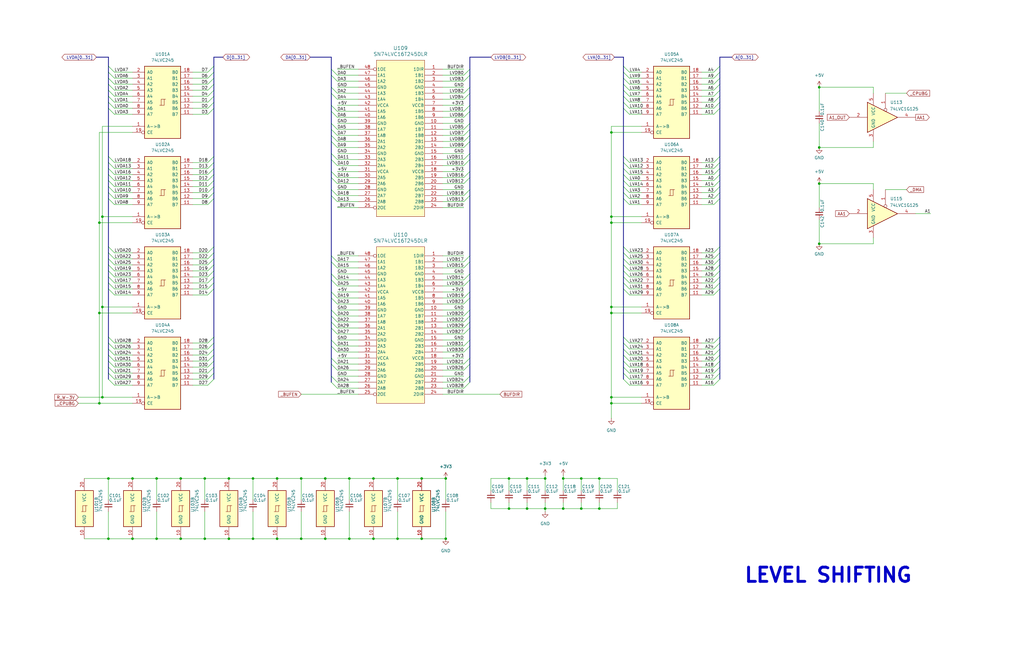
<source format=kicad_sch>
(kicad_sch (version 20231120) (generator "eeschema") (generator_version "8.0")
  (paper "USLedger")
  (title_block (title "AmigaPCI 68040 Local Bus Card") (date "2025-06-28") (rev "5.0"))
  (junction (at 177.8 201.93))
  (junction (at 245.11 201.93))
  (junction (at 229.87 214.63))
  (junction (at 43.18 167.64))
  (junction (at 86.36 227.33))
  (junction (at 252.73 214.63))
  (junction (at 257.81 55.88))
  (junction (at 257.81 91.44))
  (junction (at 127 201.93))
  (junction (at 43.18 91.44))
  (junction (at 345.44 77.47))
  (junction (at 345.44 36.83))
  (junction (at 167.64 227.33))
  (junction (at 137.16 201.93))
  (junction (at 257.81 93.98))
  (junction (at 106.68 227.33))
  (junction (at 41.91 170.18))
  (junction (at 66.04 201.93))
  (junction (at 43.18 129.54))
  (junction (at 137.16 227.33))
  (junction (at 55.88 201.93))
  (junction (at 252.73 201.93))
  (junction (at 45.72 227.33))
  (junction (at 157.48 201.93))
  (junction (at 237.49 214.63))
  (junction (at 127 227.33))
  (junction (at 345.44 102.87))
  (junction (at 177.8 227.33))
  (junction (at 257.81 167.64))
  (junction (at 214.63 214.63))
  (junction (at 187.96 201.93))
  (junction (at 345.44 62.23))
  (junction (at 257.81 129.54))
  (junction (at 116.84 201.93))
  (junction (at 257.81 132.08))
  (junction (at 96.52 201.93))
  (junction (at 66.04 227.33))
  (junction (at 222.25 214.63))
  (junction (at 147.32 227.33))
  (junction (at 222.25 201.93))
  (junction (at 237.49 201.93))
  (junction (at 157.48 227.33))
  (junction (at 86.36 201.93))
  (junction (at 116.84 227.33))
  (junction (at 167.64 201.93))
  (junction (at 106.68 201.93))
  (junction (at 76.2 201.93))
  (junction (at 55.88 227.33))
  (junction (at 214.63 201.93))
  (junction (at 187.96 227.33))
  (junction (at 76.2 227.33))
  (junction (at 41.91 93.98))
  (junction (at 96.52 227.33))
  (junction (at 257.81 170.18))
  (junction (at 147.32 201.93))
  (junction (at 245.11 214.63))
  (junction (at 41.91 132.08))
  (junction (at 229.87 201.93))
  (junction (at 45.72 201.93))
  (bus_entry (at 262.89 43.18) (size 2.54 2.54))
  (bus_entry (at 139.7 115.57) (size 2.54 2.54))
  (bus_entry (at 198.12 130.81) (size -2.54 2.54))
  (bus_entry (at 90.17 149.86) (size -2.54 2.54))
  (bus_entry (at 45.72 35.56) (size 2.54 2.54))
  (bus_entry (at 198.12 46.99) (size -2.54 2.54))
  (bus_entry (at 303.53 43.18) (size -2.54 2.54))
  (bus_entry (at 45.72 121.92) (size 2.54 2.54))
  (bus_entry (at 45.72 157.48) (size 2.54 2.54))
  (bus_entry (at 303.53 144.78) (size -2.54 2.54))
  (bus_entry (at 139.7 123.19) (size 2.54 2.54))
  (bus_entry (at 198.12 64.77) (size -2.54 2.54))
  (bus_entry (at 303.53 73.66) (size -2.54 2.54))
  (bus_entry (at 139.7 135.89) (size 2.54 2.54))
  (bus_entry (at 45.72 149.86) (size 2.54 2.54))
  (bus_entry (at 90.17 147.32) (size -2.54 2.54))
  (bus_entry (at 303.53 76.2) (size -2.54 2.54))
  (bus_entry (at 303.53 109.22) (size -2.54 2.54))
  (bus_entry (at 198.12 57.15) (size -2.54 2.54))
  (bus_entry (at 139.7 39.37) (size 2.54 2.54))
  (bus_entry (at 198.12 54.61) (size -2.54 2.54))
  (bus_entry (at 262.89 35.56) (size 2.54 2.54))
  (bus_entry (at 90.17 160.02) (size -2.54 2.54))
  (bus_entry (at 303.53 121.92) (size -2.54 2.54))
  (bus_entry (at 139.7 158.75) (size 2.54 2.54))
  (bus_entry (at 45.72 114.3) (size 2.54 2.54))
  (bus_entry (at 45.72 78.74) (size 2.54 2.54))
  (bus_entry (at 303.53 152.4) (size -2.54 2.54))
  (bus_entry (at 90.17 81.28) (size -2.54 2.54))
  (bus_entry (at 262.89 40.64) (size 2.54 2.54))
  (bus_entry (at 90.17 154.94) (size -2.54 2.54))
  (bus_entry (at 45.72 142.24) (size 2.54 2.54))
  (bus_entry (at 139.7 74.93) (size 2.54 2.54))
  (bus_entry (at 45.72 76.2) (size 2.54 2.54))
  (bus_entry (at 262.89 157.48) (size 2.54 2.54))
  (bus_entry (at 45.72 160.02) (size 2.54 2.54))
  (bus_entry (at 90.17 144.78) (size -2.54 2.54))
  (bus_entry (at 303.53 66.04) (size -2.54 2.54))
  (bus_entry (at 45.72 66.04) (size 2.54 2.54))
  (bus_entry (at 198.12 118.11) (size -2.54 2.54))
  (bus_entry (at 90.17 116.84) (size -2.54 2.54))
  (bus_entry (at 198.12 151.13) (size -2.54 2.54))
  (bus_entry (at 45.72 27.94) (size 2.54 2.54))
  (bus_entry (at 198.12 39.37) (size -2.54 2.54))
  (bus_entry (at 198.12 115.57) (size -2.54 2.54))
  (bus_entry (at 139.7 44.45) (size 2.54 2.54))
  (bus_entry (at 262.89 78.74) (size 2.54 2.54))
  (bus_entry (at 303.53 111.76) (size -2.54 2.54))
  (bus_entry (at 303.53 71.12) (size -2.54 2.54))
  (bus_entry (at 198.12 72.39) (size -2.54 2.54))
  (bus_entry (at 90.17 66.04) (size -2.54 2.54))
  (bus_entry (at 45.72 119.38) (size 2.54 2.54))
  (bus_entry (at 90.17 38.1) (size -2.54 2.54))
  (bus_entry (at 198.12 82.55) (size -2.54 2.54))
  (bus_entry (at 303.53 35.56) (size -2.54 2.54))
  (bus_entry (at 198.12 123.19) (size -2.54 2.54))
  (bus_entry (at 45.72 68.58) (size 2.54 2.54))
  (bus_entry (at 198.12 107.95) (size -2.54 2.54))
  (bus_entry (at 198.12 161.29) (size -2.54 2.54))
  (bus_entry (at 262.89 33.02) (size 2.54 2.54))
  (bus_entry (at 90.17 106.68) (size -2.54 2.54))
  (bus_entry (at 262.89 71.12) (size 2.54 2.54))
  (bus_entry (at 303.53 78.74) (size -2.54 2.54))
  (bus_entry (at 303.53 106.68) (size -2.54 2.54))
  (bus_entry (at 45.72 109.22) (size 2.54 2.54))
  (bus_entry (at 90.17 121.92) (size -2.54 2.54))
  (bus_entry (at 139.7 64.77) (size 2.54 2.54))
  (bus_entry (at 139.7 161.29) (size 2.54 2.54))
  (bus_entry (at 303.53 81.28) (size -2.54 2.54))
  (bus_entry (at 139.7 118.11) (size 2.54 2.54))
  (bus_entry (at 262.89 152.4) (size 2.54 2.54))
  (bus_entry (at 262.89 83.82) (size 2.54 2.54))
  (bus_entry (at 303.53 147.32) (size -2.54 2.54))
  (bus_entry (at 90.17 73.66) (size -2.54 2.54))
  (bus_entry (at 262.89 119.38) (size 2.54 2.54))
  (bus_entry (at 262.89 106.68) (size 2.54 2.54))
  (bus_entry (at 90.17 45.72) (size -2.54 2.54))
  (bus_entry (at 45.72 154.94) (size 2.54 2.54))
  (bus_entry (at 198.12 133.35) (size -2.54 2.54))
  (bus_entry (at 198.12 80.01) (size -2.54 2.54))
  (bus_entry (at 262.89 142.24) (size 2.54 2.54))
  (bus_entry (at 198.12 59.69) (size -2.54 2.54))
  (bus_entry (at 262.89 38.1) (size 2.54 2.54))
  (bus_entry (at 303.53 83.82) (size -2.54 2.54))
  (bus_entry (at 139.7 31.75) (size 2.54 2.54))
  (bus_entry (at 90.17 35.56) (size -2.54 2.54))
  (bus_entry (at 303.53 30.48) (size -2.54 2.54))
  (bus_entry (at 45.72 81.28) (size 2.54 2.54))
  (bus_entry (at 139.7 67.31) (size 2.54 2.54))
  (bus_entry (at 90.17 111.76) (size -2.54 2.54))
  (bus_entry (at 139.7 133.35) (size 2.54 2.54))
  (bus_entry (at 45.72 104.14) (size 2.54 2.54))
  (bus_entry (at 139.7 36.83) (size 2.54 2.54))
  (bus_entry (at 198.12 158.75) (size -2.54 2.54))
  (bus_entry (at 139.7 146.05) (size 2.54 2.54))
  (bus_entry (at 303.53 38.1) (size -2.54 2.54))
  (bus_entry (at 303.53 104.14) (size -2.54 2.54))
  (bus_entry (at 90.17 119.38) (size -2.54 2.54))
  (bus_entry (at 303.53 116.84) (size -2.54 2.54))
  (bus_entry (at 90.17 109.22) (size -2.54 2.54))
  (bus_entry (at 198.12 146.05) (size -2.54 2.54))
  (bus_entry (at 262.89 76.2) (size 2.54 2.54))
  (bus_entry (at 262.89 27.94) (size 2.54 2.54))
  (bus_entry (at 90.17 157.48) (size -2.54 2.54))
  (bus_entry (at 139.7 54.61) (size 2.54 2.54))
  (bus_entry (at 45.72 40.64) (size 2.54 2.54))
  (bus_entry (at 139.7 46.99) (size 2.54 2.54))
  (bus_entry (at 303.53 154.94) (size -2.54 2.54))
  (bus_entry (at 262.89 68.58) (size 2.54 2.54))
  (bus_entry (at 303.53 33.02) (size -2.54 2.54))
  (bus_entry (at 45.72 116.84) (size 2.54 2.54))
  (bus_entry (at 303.53 27.94) (size -2.54 2.54))
  (bus_entry (at 198.12 110.49) (size -2.54 2.54))
  (bus_entry (at 303.53 119.38) (size -2.54 2.54))
  (bus_entry (at 262.89 45.72) (size 2.54 2.54))
  (bus_entry (at 198.12 31.75) (size -2.54 2.54))
  (bus_entry (at 262.89 149.86) (size 2.54 2.54))
  (bus_entry (at 198.12 153.67) (size -2.54 2.54))
  (bus_entry (at 45.72 147.32) (size 2.54 2.54))
  (bus_entry (at 139.7 143.51) (size 2.54 2.54))
  (bus_entry (at 45.72 30.48) (size 2.54 2.54))
  (bus_entry (at 90.17 40.64) (size -2.54 2.54))
  (bus_entry (at 45.72 144.78) (size 2.54 2.54))
  (bus_entry (at 90.17 83.82) (size -2.54 2.54))
  (bus_entry (at 45.72 83.82) (size 2.54 2.54))
  (bus_entry (at 45.72 152.4) (size 2.54 2.54))
  (bus_entry (at 262.89 66.04) (size 2.54 2.54))
  (bus_entry (at 139.7 130.81) (size 2.54 2.54))
  (bus_entry (at 303.53 40.64) (size -2.54 2.54))
  (bus_entry (at 303.53 114.3) (size -2.54 2.54))
  (bus_entry (at 303.53 157.48) (size -2.54 2.54))
  (bus_entry (at 139.7 107.95) (size 2.54 2.54))
  (bus_entry (at 198.12 138.43) (size -2.54 2.54))
  (bus_entry (at 45.72 38.1) (size 2.54 2.54))
  (bus_entry (at 90.17 78.74) (size -2.54 2.54))
  (bus_entry (at 262.89 81.28) (size 2.54 2.54))
  (bus_entry (at 90.17 152.4) (size -2.54 2.54))
  (bus_entry (at 45.72 71.12) (size 2.54 2.54))
  (bus_entry (at 262.89 111.76) (size 2.54 2.54))
  (bus_entry (at 262.89 73.66) (size 2.54 2.54))
  (bus_entry (at 139.7 138.43) (size 2.54 2.54))
  (bus_entry (at 139.7 80.01) (size 2.54 2.54))
  (bus_entry (at 45.72 43.18) (size 2.54 2.54))
  (bus_entry (at 262.89 109.22) (size 2.54 2.54))
  (bus_entry (at 262.89 160.02) (size 2.54 2.54))
  (bus_entry (at 45.72 111.76) (size 2.54 2.54))
  (bus_entry (at 198.12 52.07) (size -2.54 2.54))
  (bus_entry (at 90.17 33.02) (size -2.54 2.54))
  (bus_entry (at 139.7 153.67) (size 2.54 2.54))
  (bus_entry (at 303.53 142.24) (size -2.54 2.54))
  (bus_entry (at 90.17 142.24) (size -2.54 2.54))
  (bus_entry (at 262.89 154.94) (size 2.54 2.54))
  (bus_entry (at 139.7 59.69) (size 2.54 2.54))
  (bus_entry (at 139.7 110.49) (size 2.54 2.54))
  (bus_entry (at 262.89 144.78) (size 2.54 2.54))
  (bus_entry (at 90.17 30.48) (size -2.54 2.54))
  (bus_entry (at 198.12 36.83) (size -2.54 2.54))
  (bus_entry (at 198.12 143.51) (size -2.54 2.54))
  (bus_entry (at 198.12 74.93) (size -2.54 2.54))
  (bus_entry (at 198.12 135.89) (size -2.54 2.54))
  (bus_entry (at 90.17 104.14) (size -2.54 2.54))
  (bus_entry (at 90.17 27.94) (size -2.54 2.54))
  (bus_entry (at 262.89 114.3) (size 2.54 2.54))
  (bus_entry (at 139.7 57.15) (size 2.54 2.54))
  (bus_entry (at 90.17 71.12) (size -2.54 2.54))
  (bus_entry (at 139.7 82.55) (size 2.54 2.54))
  (bus_entry (at 45.72 73.66) (size 2.54 2.54))
  (bus_entry (at 45.72 106.68) (size 2.54 2.54))
  (bus_entry (at 198.12 67.31) (size -2.54 2.54))
  (bus_entry (at 303.53 160.02) (size -2.54 2.54))
  (bus_entry (at 45.72 45.72) (size 2.54 2.54))
  (bus_entry (at 90.17 114.3) (size -2.54 2.54))
  (bus_entry (at 303.53 68.58) (size -2.54 2.54))
  (bus_entry (at 262.89 121.92) (size 2.54 2.54))
  (bus_entry (at 198.12 44.45) (size -2.54 2.54))
  (bus_entry (at 198.12 29.21) (size -2.54 2.54))
  (bus_entry (at 262.89 147.32) (size 2.54 2.54))
  (bus_entry (at 262.89 104.14) (size 2.54 2.54))
  (bus_entry (at 139.7 72.39) (size 2.54 2.54))
  (bus_entry (at 139.7 29.21) (size 2.54 2.54))
  (bus_entry (at 90.17 68.58) (size -2.54 2.54))
  (bus_entry (at 90.17 43.18) (size -2.54 2.54))
  (bus_entry (at 262.89 30.48) (size 2.54 2.54))
  (bus_entry (at 90.17 76.2) (size -2.54 2.54))
  (bus_entry (at 198.12 125.73) (size -2.54 2.54))
  (bus_entry (at 303.53 45.72) (size -2.54 2.54))
  (bus_entry (at 45.72 33.02) (size 2.54 2.54))
  (bus_entry (at 139.7 125.73) (size 2.54 2.54))
  (bus_entry (at 303.53 149.86) (size -2.54 2.54))
  (bus_entry (at 139.7 52.07) (size 2.54 2.54))
  (bus_entry (at 262.89 116.84) (size 2.54 2.54))
  (bus_entry (at 139.7 151.13) (size 2.54 2.54))
  (wire (pts (xy 142.24 49.53) (xy 151.13 49.53)))
  (wire (pts (xy 81.28 86.36) (xy 87.63 86.36)))
  (wire (pts (xy 48.26 81.28) (xy 55.88 81.28)))
  (wire (pts (xy 142.24 29.21) (xy 151.13 29.21)))
  (wire (pts (xy 186.69 57.15) (xy 195.58 57.15)))
  (wire (pts (xy 186.69 138.43) (xy 195.58 138.43)))
  (wire (pts (xy 345.44 46.99) (xy 345.44 36.83)))
  (wire (pts (xy 265.43 68.58) (xy 270.51 68.58)))
  (bus (pts (xy 262.89 121.92) (xy 262.89 119.38)))
  (bus (pts (xy 262.89 68.58) (xy 262.89 66.04)))
  (bus (pts (xy 262.89 149.86) (xy 262.89 147.32)))
  (bus (pts (xy 303.53 43.18) (xy 303.53 40.64)))
  (wire (pts (xy 81.28 40.64) (xy 87.63 40.64)))
  (wire (pts (xy 187.96 201.93) (xy 187.96 210.82)))
  (wire (pts (xy 265.43 35.56) (xy 270.51 35.56)))
  (wire (pts (xy 43.18 129.54) (xy 55.88 129.54)))
  (wire (pts (xy 43.18 167.64) (xy 55.88 167.64)))
  (bus (pts (xy 262.89 38.1) (xy 262.89 35.56)))
  (bus (pts (xy 90.17 83.82) (xy 90.17 81.28)))
  (wire (pts (xy 43.18 129.54) (xy 43.18 167.64)))
  (bus (pts (xy 139.7 107.95) (xy 139.7 82.55)))
  (wire (pts (xy 229.87 214.63) (xy 229.87 215.9)))
  (wire (pts (xy 252.73 214.63) (xy 260.35 214.63)))
  (wire (pts (xy 167.64 227.33) (xy 157.48 227.33)))
  (wire (pts (xy 81.28 111.76) (xy 87.63 111.76)))
  (wire (pts (xy 48.26 45.72) (xy 55.88 45.72)))
  (wire (pts (xy 186.69 151.13) (xy 195.58 151.13)))
  (wire (pts (xy 48.26 73.66) (xy 55.88 73.66)))
  (wire (pts (xy 300.99 30.48) (xy 295.91 30.48)))
  (bus (pts (xy 139.7 44.45) (xy 139.7 39.37)))
  (wire (pts (xy 48.26 83.82) (xy 55.88 83.82)))
  (bus (pts (xy 303.53 83.82) (xy 303.53 81.28)))
  (bus (pts (xy 303.53 45.72) (xy 303.53 43.18)))
  (wire (pts (xy 81.28 33.02) (xy 87.63 33.02)))
  (wire (pts (xy 265.43 43.18) (xy 270.51 43.18)))
  (wire (pts (xy 186.69 125.73) (xy 195.58 125.73)))
  (wire (pts (xy 142.24 44.45) (xy 151.13 44.45)))
  (bus (pts (xy 90.17 76.2) (xy 90.17 73.66)))
  (wire (pts (xy 300.99 162.56) (xy 295.91 162.56)))
  (bus (pts (xy 45.72 40.64) (xy 45.72 38.1)))
  (wire (pts (xy 186.69 82.55) (xy 195.58 82.55)))
  (bus (pts (xy 198.12 52.07) (xy 198.12 46.99)))
  (wire (pts (xy 86.36 201.93) (xy 96.52 201.93)))
  (wire (pts (xy 260.35 201.93) (xy 260.35 207.01)))
  (wire (pts (xy 86.36 227.33) (xy 76.2 227.33)))
  (bus (pts (xy 45.72 27.94) (xy 45.72 24.13)))
  (wire (pts (xy 147.32 201.93) (xy 147.32 210.82)))
  (bus (pts (xy 90.17 71.12) (xy 90.17 68.58)))
  (wire (pts (xy 66.04 227.33) (xy 55.88 227.33)))
  (wire (pts (xy 186.69 113.03) (xy 195.58 113.03)))
  (bus (pts (xy 303.53 106.68) (xy 303.53 104.14)))
  (bus (pts (xy 45.72 81.28) (xy 45.72 78.74)))
  (wire (pts (xy 300.99 144.78) (xy 295.91 144.78)))
  (wire (pts (xy 252.73 201.93) (xy 252.73 207.01)))
  (wire (pts (xy 300.99 86.36) (xy 295.91 86.36)))
  (wire (pts (xy 81.28 160.02) (xy 87.63 160.02)))
  (wire (pts (xy 186.69 140.97) (xy 195.58 140.97)))
  (bus (pts (xy 45.72 109.22) (xy 45.72 106.68)))
  (wire (pts (xy 81.28 83.82) (xy 87.63 83.82)))
  (bus (pts (xy 303.53 27.94) (xy 303.53 24.13)))
  (bus (pts (xy 303.53 66.04) (xy 303.53 45.72)))
  (wire (pts (xy 86.36 215.9) (xy 86.36 227.33)))
  (wire (pts (xy 81.28 124.46) (xy 87.63 124.46)))
  (wire (pts (xy 147.32 215.9) (xy 147.32 227.33)))
  (wire (pts (xy 186.69 153.67) (xy 195.58 153.67)))
  (bus (pts (xy 198.12 67.31) (xy 198.12 64.77)))
  (bus (pts (xy 262.89 66.04) (xy 262.89 45.72)))
  (bus (pts (xy 198.12 123.19) (xy 198.12 118.11)))
  (bus (pts (xy 139.7 74.93) (xy 139.7 80.01)))
  (bus (pts (xy 303.53 35.56) (xy 303.53 33.02)))
  (wire (pts (xy 41.91 93.98) (xy 55.88 93.98)))
  (bus (pts (xy 262.89 73.66) (xy 262.89 71.12)))
  (wire (pts (xy 300.99 33.02) (xy 295.91 33.02)))
  (wire (pts (xy 142.24 125.73) (xy 151.13 125.73)))
  (bus (pts (xy 198.12 118.11) (xy 198.12 115.57)))
  (bus (pts (xy 262.89 116.84) (xy 262.89 114.3)))
  (wire (pts (xy 300.99 35.56) (xy 295.91 35.56)))
  (wire (pts (xy 186.69 49.53) (xy 195.58 49.53)))
  (wire (pts (xy 300.99 48.26) (xy 295.91 48.26)))
  (bus (pts (xy 90.17 45.72) (xy 90.17 43.18)))
  (bus (pts (xy 139.7 36.83) (xy 139.7 31.75)))
  (bus (pts (xy 45.72 147.32) (xy 45.72 144.78)))
  (bus (pts (xy 303.53 38.1) (xy 303.53 35.56)))
  (wire (pts (xy 142.24 140.97) (xy 151.13 140.97)))
  (wire (pts (xy 229.87 201.93) (xy 229.87 207.01)))
  (wire (pts (xy 142.24 67.31) (xy 151.13 67.31)))
  (wire (pts (xy 265.43 83.82) (xy 270.51 83.82)))
  (wire (pts (xy 142.24 163.83) (xy 151.13 163.83)))
  (wire (pts (xy 186.69 123.19) (xy 195.58 123.19)))
  (wire (pts (xy 48.26 86.36) (xy 55.88 86.36)))
  (bus (pts (xy 303.53 24.13) (xy 308.61 24.13)))
  (wire (pts (xy 127 227.33) (xy 137.16 227.33)))
  (wire (pts (xy 222.25 201.93) (xy 229.87 201.93)))
  (wire (pts (xy 186.69 128.27) (xy 195.58 128.27)))
  (wire (pts (xy 245.11 201.93) (xy 252.73 201.93)))
  (bus (pts (xy 45.72 38.1) (xy 45.72 35.56)))
  (wire (pts (xy 237.49 201.93) (xy 245.11 201.93)))
  (wire (pts (xy 265.43 149.86) (xy 270.51 149.86)))
  (wire (pts (xy 142.24 39.37) (xy 151.13 39.37)))
  (bus (pts (xy 198.12 135.89) (xy 198.12 133.35)))
  (wire (pts (xy 187.96 215.9) (xy 187.96 227.33)))
  (wire (pts (xy 142.24 146.05) (xy 151.13 146.05)))
  (wire (pts (xy 43.18 91.44) (xy 43.18 53.34)))
  (wire (pts (xy 81.28 157.48) (xy 87.63 157.48)))
  (bus (pts (xy 198.12 44.45) (xy 198.12 39.37)))
  (bus (pts (xy 303.53 78.74) (xy 303.53 76.2)))
  (bus (pts (xy 303.53 154.94) (xy 303.53 152.4)))
  (bus (pts (xy 139.7 54.61) (xy 139.7 52.07)))
  (bus (pts (xy 139.7 59.69) (xy 139.7 57.15)))
  (bus (pts (xy 90.17 40.64) (xy 90.17 38.1)))
  (bus (pts (xy 198.12 115.57) (xy 198.12 110.49)))
  (bus (pts (xy 198.12 161.29) (xy 198.12 158.75)))
  (wire (pts (xy 48.26 78.74) (xy 55.88 78.74)))
  (bus (pts (xy 262.89 81.28) (xy 262.89 78.74)))
  (wire (pts (xy 48.26 162.56) (xy 55.88 162.56)))
  (wire (pts (xy 257.81 129.54) (xy 270.51 129.54)))
  (wire (pts (xy 260.35 212.09) (xy 260.35 214.63)))
  (wire (pts (xy 345.44 36.83) (xy 368.3 36.83)))
  (wire (pts (xy 186.69 161.29) (xy 195.58 161.29)))
  (wire (pts (xy 229.87 212.09) (xy 229.87 214.63)))
  (bus (pts (xy 198.12 138.43) (xy 198.12 135.89)))
  (wire (pts (xy 265.43 147.32) (xy 270.51 147.32)))
  (wire (pts (xy 186.69 77.47) (xy 195.58 77.47)))
  (wire (pts (xy 257.81 55.88) (xy 257.81 91.44)))
  (wire (pts (xy 265.43 48.26) (xy 270.51 48.26)))
  (wire (pts (xy 186.69 64.77) (xy 195.58 64.77)))
  (bus (pts (xy 45.72 33.02) (xy 45.72 30.48)))
  (bus (pts (xy 198.12 107.95) (xy 198.12 82.55)))
  (wire (pts (xy 48.26 33.02) (xy 55.88 33.02)))
  (bus (pts (xy 262.89 104.14) (xy 262.89 83.82)))
  (bus (pts (xy 262.89 154.94) (xy 262.89 152.4)))
  (wire (pts (xy 265.43 119.38) (xy 270.51 119.38)))
  (wire (pts (xy 265.43 109.22) (xy 270.51 109.22)))
  (wire (pts (xy 265.43 154.94) (xy 270.51 154.94)))
  (wire (pts (xy 186.69 148.59) (xy 195.58 148.59)))
  (wire (pts (xy 142.24 138.43) (xy 151.13 138.43)))
  (bus (pts (xy 198.12 36.83) (xy 198.12 31.75)))
  (bus (pts (xy 262.89 109.22) (xy 262.89 106.68)))
  (bus (pts (xy 262.89 30.48) (xy 262.89 27.94)))
  (wire (pts (xy 252.73 212.09) (xy 252.73 214.63)))
  (wire (pts (xy 222.25 212.09) (xy 222.25 214.63)))
  (wire (pts (xy 142.24 62.23) (xy 151.13 62.23)))
  (bus (pts (xy 139.7 67.31) (xy 139.7 64.77)))
  (bus (pts (xy 303.53 71.12) (xy 303.53 68.58)))
  (wire (pts (xy 41.91 132.08) (xy 55.88 132.08)))
  (bus (pts (xy 139.7 153.67) (xy 139.7 158.75)))
  (bus (pts (xy 198.12 54.61) (xy 198.12 52.07)))
  (bus (pts (xy 259.08 24.13) (xy 262.89 24.13)))
  (wire (pts (xy 106.68 201.93) (xy 106.68 210.82)))
  (wire (pts (xy 81.28 144.78) (xy 87.63 144.78)))
  (wire (pts (xy 368.3 36.83) (xy 368.3 39.37)))
  (bus (pts (xy 198.12 31.75) (xy 198.12 29.21)))
  (wire (pts (xy 142.24 107.95) (xy 151.13 107.95)))
  (wire (pts (xy 270.51 55.88) (xy 257.81 55.88)))
  (bus (pts (xy 139.7 118.11) (xy 139.7 115.57)))
  (bus (pts (xy 262.89 152.4) (xy 262.89 149.86)))
  (wire (pts (xy 300.99 160.02) (xy 295.91 160.02)))
  (bus (pts (xy 262.89 142.24) (xy 262.89 121.92)))
  (wire (pts (xy 187.96 227.33) (xy 177.8 227.33)))
  (wire (pts (xy 81.28 48.26) (xy 87.63 48.26)))
  (wire (pts (xy 245.11 201.93) (xy 245.11 207.01)))
  (bus (pts (xy 139.7 138.43) (xy 139.7 143.51)))
  (bus (pts (xy 45.72 73.66) (xy 45.72 71.12)))
  (wire (pts (xy 300.99 157.48) (xy 295.91 157.48)))
  (bus (pts (xy 90.17 35.56) (xy 90.17 33.02)))
  (wire (pts (xy 186.69 74.93) (xy 195.58 74.93)))
  (bus (pts (xy 139.7 31.75) (xy 139.7 29.21)))
  (wire (pts (xy 48.26 111.76) (xy 55.88 111.76)))
  (bus (pts (xy 262.89 76.2) (xy 262.89 73.66)))
  (wire (pts (xy 41.91 132.08) (xy 41.91 93.98)))
  (wire (pts (xy 257.81 132.08) (xy 257.81 167.64)))
  (wire (pts (xy 66.04 227.33) (xy 76.2 227.33)))
  (bus (pts (xy 45.72 43.18) (xy 45.72 40.64)))
  (wire (pts (xy 300.99 111.76) (xy 295.91 111.76)))
  (wire (pts (xy 142.24 69.85) (xy 151.13 69.85)))
  (wire (pts (xy 142.24 123.19) (xy 151.13 123.19)))
  (wire (pts (xy 270.51 170.18) (xy 257.81 170.18)))
  (bus (pts (xy 90.17 27.94) (xy 90.17 24.13)))
  (wire (pts (xy 142.24 41.91) (xy 151.13 41.91)))
  (bus (pts (xy 90.17 154.94) (xy 90.17 152.4)))
  (wire (pts (xy 265.43 38.1) (xy 270.51 38.1)))
  (bus (pts (xy 139.7 146.05) (xy 139.7 143.51)))
  (wire (pts (xy 33.02 167.64) (xy 43.18 167.64)))
  (wire (pts (xy 81.28 35.56) (xy 87.63 35.56)))
  (bus (pts (xy 303.53 160.02) (xy 303.53 157.48)))
  (wire (pts (xy 186.69 29.21) (xy 195.58 29.21)))
  (bus (pts (xy 262.89 35.56) (xy 262.89 33.02)))
  (bus (pts (xy 198.12 143.51) (xy 198.12 138.43)))
  (wire (pts (xy 245.11 214.63) (xy 252.73 214.63)))
  (wire (pts (xy 142.24 133.35) (xy 151.13 133.35)))
  (bus (pts (xy 139.7 74.93) (xy 139.7 72.39)))
  (wire (pts (xy 265.43 111.76) (xy 270.51 111.76)))
  (bus (pts (xy 45.72 114.3) (xy 45.72 111.76)))
  (wire (pts (xy 142.24 36.83) (xy 151.13 36.83)))
  (wire (pts (xy 265.43 40.64) (xy 270.51 40.64)))
  (bus (pts (xy 303.53 73.66) (xy 303.53 71.12)))
  (wire (pts (xy 33.02 170.18) (xy 41.91 170.18)))
  (wire (pts (xy 265.43 114.3) (xy 270.51 114.3)))
  (wire (pts (xy 142.24 158.75) (xy 151.13 158.75)))
  (wire (pts (xy 81.28 76.2) (xy 87.63 76.2)))
  (wire (pts (xy 270.51 132.08) (xy 257.81 132.08)))
  (wire (pts (xy 265.43 71.12) (xy 270.51 71.12)))
  (wire (pts (xy 300.99 116.84) (xy 295.91 116.84)))
  (bus (pts (xy 198.12 39.37) (xy 198.12 36.83)))
  (wire (pts (xy 41.91 93.98) (xy 41.91 55.88)))
  (wire (pts (xy 81.28 81.28) (xy 87.63 81.28)))
  (bus (pts (xy 139.7 110.49) (xy 139.7 115.57)))
  (bus (pts (xy 303.53 33.02) (xy 303.53 30.48)))
  (bus (pts (xy 139.7 153.67) (xy 139.7 151.13)))
  (wire (pts (xy 48.26 76.2) (xy 55.88 76.2)))
  (bus (pts (xy 139.7 29.21) (xy 139.7 24.13)))
  (wire (pts (xy 257.81 91.44) (xy 270.51 91.44)))
  (wire (pts (xy 142.24 120.65) (xy 151.13 120.65)))
  (wire (pts (xy 265.43 160.02) (xy 270.51 160.02)))
  (wire (pts (xy 142.24 143.51) (xy 151.13 143.51)))
  (bus (pts (xy 139.7 39.37) (xy 139.7 36.83)))
  (wire (pts (xy 142.24 153.67) (xy 151.13 153.67)))
  (bus (pts (xy 139.7 57.15) (xy 139.7 54.61)))
  (bus (pts (xy 303.53 40.64) (xy 303.53 38.1)))
  (bus (pts (xy 45.72 30.48) (xy 45.72 27.94)))
  (bus (pts (xy 139.7 161.29) (xy 139.7 158.75)))
  (wire (pts (xy 81.28 162.56) (xy 87.63 162.56)))
  (bus (pts (xy 262.89 111.76) (xy 262.89 109.22)))
  (wire (pts (xy 300.99 45.72) (xy 295.91 45.72)))
  (wire (pts (xy 167.64 201.93) (xy 167.64 210.82)))
  (wire (pts (xy 265.43 124.46) (xy 270.51 124.46)))
  (wire (pts (xy 186.69 110.49) (xy 195.58 110.49)))
  (wire (pts (xy 186.69 46.99) (xy 195.58 46.99)))
  (wire (pts (xy 81.28 147.32) (xy 87.63 147.32)))
  (wire (pts (xy 48.26 124.46) (xy 55.88 124.46)))
  (bus (pts (xy 90.17 66.04) (xy 90.17 45.72)))
  (bus (pts (xy 262.89 27.94) (xy 262.89 24.13)))
  (wire (pts (xy 142.24 64.77) (xy 151.13 64.77)))
  (wire (pts (xy 368.3 100.33) (xy 368.3 102.87)))
  (bus (pts (xy 262.89 71.12) (xy 262.89 68.58)))
  (wire (pts (xy 55.88 201.93) (xy 66.04 201.93)))
  (bus (pts (xy 90.17 144.78) (xy 90.17 142.24)))
  (bus (pts (xy 90.17 81.28) (xy 90.17 78.74)))
  (wire (pts (xy 186.69 67.31) (xy 195.58 67.31)))
  (wire (pts (xy 142.24 118.11) (xy 151.13 118.11)))
  (bus (pts (xy 198.12 24.13) (xy 207.01 24.13)))
  (wire (pts (xy 265.43 116.84) (xy 270.51 116.84)))
  (bus (pts (xy 45.72 142.24) (xy 45.72 121.92)))
  (wire (pts (xy 186.69 130.81) (xy 195.58 130.81)))
  (wire (pts (xy 81.28 119.38) (xy 87.63 119.38)))
  (wire (pts (xy 257.81 93.98) (xy 257.81 129.54)))
  (bus (pts (xy 90.17 114.3) (xy 90.17 111.76)))
  (wire (pts (xy 300.99 149.86) (xy 295.91 149.86)))
  (wire (pts (xy 265.43 152.4) (xy 270.51 152.4)))
  (wire (pts (xy 382.27 39.37) (xy 373.38 39.37)))
  (wire (pts (xy 207.01 201.93) (xy 207.01 207.01)))
  (bus (pts (xy 45.72 160.02) (xy 45.72 157.48)))
  (wire (pts (xy 48.26 154.94) (xy 55.88 154.94)))
  (wire (pts (xy 186.69 115.57) (xy 195.58 115.57)))
  (wire (pts (xy 300.99 119.38) (xy 295.91 119.38)))
  (bus (pts (xy 139.7 67.31) (xy 139.7 72.39)))
  (wire (pts (xy 142.24 57.15) (xy 151.13 57.15)))
  (wire (pts (xy 43.18 53.34) (xy 55.88 53.34)))
  (wire (pts (xy 186.69 118.11) (xy 195.58 118.11)))
  (wire (pts (xy 48.26 48.26) (xy 55.88 48.26)))
  (wire (pts (xy 186.69 85.09) (xy 195.58 85.09)))
  (wire (pts (xy 48.26 68.58) (xy 55.88 68.58)))
  (wire (pts (xy 186.69 39.37) (xy 195.58 39.37)))
  (wire (pts (xy 265.43 157.48) (xy 270.51 157.48)))
  (wire (pts (xy 265.43 86.36) (xy 270.51 86.36)))
  (wire (pts (xy 237.49 212.09) (xy 237.49 214.63)))
  (wire (pts (xy 186.69 143.51) (xy 195.58 143.51)))
  (wire (pts (xy 142.24 130.81) (xy 151.13 130.81)))
  (bus (pts (xy 262.89 157.48) (xy 262.89 154.94)))
  (bus (pts (xy 303.53 119.38) (xy 303.53 116.84)))
  (bus (pts (xy 45.72 154.94) (xy 45.72 152.4)))
  (wire (pts (xy 300.99 78.74) (xy 295.91 78.74)))
  (wire (pts (xy 245.11 212.09) (xy 245.11 214.63)))
  (bus (pts (xy 45.72 157.48) (xy 45.72 154.94)))
  (bus (pts (xy 198.12 57.15) (xy 198.12 54.61)))
  (wire (pts (xy 142.24 52.07) (xy 151.13 52.07)))
  (wire (pts (xy 229.87 214.63) (xy 237.49 214.63)))
  (wire (pts (xy 45.72 201.93) (xy 55.88 201.93)))
  (wire (pts (xy 300.99 109.22) (xy 295.91 109.22)))
  (bus (pts (xy 45.72 121.92) (xy 45.72 119.38)))
  (wire (pts (xy 186.69 54.61) (xy 195.58 54.61)))
  (wire (pts (xy 186.69 158.75) (xy 195.58 158.75)))
  (wire (pts (xy 300.99 81.28) (xy 295.91 81.28)))
  (wire (pts (xy 186.69 107.95) (xy 195.58 107.95)))
  (wire (pts (xy 142.24 135.89) (xy 151.13 135.89)))
  (bus (pts (xy 303.53 109.22) (xy 303.53 106.68)))
  (bus (pts (xy 262.89 114.3) (xy 262.89 111.76)))
  (bus (pts (xy 139.7 59.69) (xy 139.7 64.77)))
  (bus (pts (xy 139.7 110.49) (xy 139.7 107.95)))
  (wire (pts (xy 186.69 34.29) (xy 195.58 34.29)))
  (wire (pts (xy 81.28 45.72) (xy 87.63 45.72)))
  (wire (pts (xy 127 166.37) (xy 151.13 166.37)))
  (wire (pts (xy 41.91 170.18) (xy 41.91 132.08)))
  (bus (pts (xy 45.72 66.04) (xy 45.72 45.72)))
  (bus (pts (xy 90.17 38.1) (xy 90.17 35.56)))
  (wire (pts (xy 142.24 87.63) (xy 151.13 87.63)))
  (wire (pts (xy 137.16 201.93) (xy 147.32 201.93)))
  (wire (pts (xy 48.26 147.32) (xy 55.88 147.32)))
  (bus (pts (xy 139.7 118.11) (xy 139.7 123.19)))
  (wire (pts (xy 48.26 43.18) (xy 55.88 43.18)))
  (wire (pts (xy 214.63 212.09) (xy 214.63 214.63)))
  (bus (pts (xy 262.89 43.18) (xy 262.89 40.64)))
  (bus (pts (xy 198.12 133.35) (xy 198.12 130.81)))
  (wire (pts (xy 48.26 106.68) (xy 55.88 106.68)))
  (bus (pts (xy 90.17 142.24) (xy 90.17 121.92)))
  (wire (pts (xy 127 215.9) (xy 127 227.33)))
  (wire (pts (xy 257.81 167.64) (xy 257.81 170.18)))
  (bus (pts (xy 198.12 110.49) (xy 198.12 107.95)))
  (wire (pts (xy 106.68 227.33) (xy 96.52 227.33)))
  (wire (pts (xy 167.64 227.33) (xy 177.8 227.33)))
  (wire (pts (xy 300.99 147.32) (xy 295.91 147.32)))
  (wire (pts (xy 76.2 201.93) (xy 86.36 201.93)))
  (wire (pts (xy 35.56 201.93) (xy 45.72 201.93)))
  (bus (pts (xy 262.89 83.82) (xy 262.89 81.28)))
  (wire (pts (xy 265.43 106.68) (xy 270.51 106.68)))
  (wire (pts (xy 142.24 148.59) (xy 151.13 148.59)))
  (wire (pts (xy 257.81 167.64) (xy 270.51 167.64)))
  (wire (pts (xy 345.44 87.63) (xy 345.44 77.47)))
  (wire (pts (xy 81.28 43.18) (xy 87.63 43.18)))
  (bus (pts (xy 45.72 71.12) (xy 45.72 68.58)))
  (wire (pts (xy 186.69 41.91) (xy 195.58 41.91)))
  (wire (pts (xy 147.32 227.33) (xy 137.16 227.33)))
  (wire (pts (xy 186.69 69.85) (xy 195.58 69.85)))
  (bus (pts (xy 90.17 152.4) (xy 90.17 149.86)))
  (wire (pts (xy 48.26 152.4) (xy 55.88 152.4)))
  (wire (pts (xy 81.28 149.86) (xy 87.63 149.86)))
  (wire (pts (xy 345.44 77.47) (xy 368.3 77.47)))
  (wire (pts (xy 66.04 201.93) (xy 76.2 201.93)))
  (bus (pts (xy 90.17 111.76) (xy 90.17 109.22)))
  (bus (pts (xy 90.17 24.13) (xy 93.98 24.13)))
  (wire (pts (xy 265.43 73.66) (xy 270.51 73.66)))
  (wire (pts (xy 81.28 109.22) (xy 87.63 109.22)))
  (wire (pts (xy 81.28 154.94) (xy 87.63 154.94)))
  (wire (pts (xy 300.99 76.2) (xy 295.91 76.2)))
  (bus (pts (xy 262.89 40.64) (xy 262.89 38.1)))
  (bus (pts (xy 262.89 33.02) (xy 262.89 30.48)))
  (bus (pts (xy 90.17 119.38) (xy 90.17 116.84)))
  (wire (pts (xy 48.26 40.64) (xy 55.88 40.64)))
  (wire (pts (xy 45.72 201.93) (xy 45.72 210.82)))
  (bus (pts (xy 90.17 149.86) (xy 90.17 147.32)))
  (wire (pts (xy 368.3 77.47) (xy 368.3 80.01)))
  (wire (pts (xy 300.99 71.12) (xy 295.91 71.12)))
  (wire (pts (xy 127 201.93) (xy 137.16 201.93)))
  (wire (pts (xy 142.24 54.61) (xy 151.13 54.61)))
  (wire (pts (xy 186.69 163.83) (xy 195.58 163.83)))
  (wire (pts (xy 48.26 121.92) (xy 55.88 121.92)))
  (wire (pts (xy 81.28 68.58) (xy 87.63 68.58)))
  (wire (pts (xy 45.72 227.33) (xy 55.88 227.33)))
  (bus (pts (xy 303.53 114.3) (xy 303.53 111.76)))
  (wire (pts (xy 142.24 156.21) (xy 151.13 156.21)))
  (wire (pts (xy 214.63 201.93) (xy 214.63 207.01)))
  (bus (pts (xy 139.7 138.43) (xy 139.7 135.89)))
  (bus (pts (xy 139.7 52.07) (xy 139.7 46.99)))
  (bus (pts (xy 262.89 106.68) (xy 262.89 104.14)))
  (bus (pts (xy 198.12 153.67) (xy 198.12 151.13)))
  (bus (pts (xy 262.89 160.02) (xy 262.89 157.48)))
  (wire (pts (xy 368.3 62.23) (xy 345.44 62.23)))
  (bus (pts (xy 90.17 78.74) (xy 90.17 76.2)))
  (wire (pts (xy 81.28 152.4) (xy 87.63 152.4)))
  (wire (pts (xy 207.01 201.93) (xy 214.63 201.93)))
  (wire (pts (xy 345.44 62.23) (xy 345.44 52.07)))
  (bus (pts (xy 303.53 104.14) (xy 303.53 83.82)))
  (wire (pts (xy 382.27 80.01) (xy 373.38 80.01)))
  (wire (pts (xy 368.3 59.69) (xy 368.3 62.23)))
  (bus (pts (xy 90.17 33.02) (xy 90.17 30.48)))
  (wire (pts (xy 300.99 114.3) (xy 295.91 114.3)))
  (bus (pts (xy 139.7 125.73) (xy 139.7 130.81)))
  (bus (pts (xy 45.72 144.78) (xy 45.72 142.24)))
  (bus (pts (xy 303.53 111.76) (xy 303.53 109.22)))
  (wire (pts (xy 81.28 73.66) (xy 87.63 73.66)))
  (wire (pts (xy 142.24 34.29) (xy 151.13 34.29)))
  (wire (pts (xy 43.18 91.44) (xy 55.88 91.44)))
  (wire (pts (xy 43.18 129.54) (xy 43.18 91.44)))
  (bus (pts (xy 45.72 45.72) (xy 45.72 43.18)))
  (bus (pts (xy 45.72 111.76) (xy 45.72 109.22)))
  (wire (pts (xy 48.26 160.02) (xy 55.88 160.02)))
  (wire (pts (xy 257.81 53.34) (xy 257.81 55.88)))
  (wire (pts (xy 300.99 68.58) (xy 295.91 68.58)))
  (wire (pts (xy 142.24 113.03) (xy 151.13 113.03)))
  (wire (pts (xy 345.44 102.87) (xy 345.44 92.71)))
  (bus (pts (xy 90.17 121.92) (xy 90.17 119.38)))
  (bus (pts (xy 45.72 149.86) (xy 45.72 147.32)))
  (wire (pts (xy 48.26 116.84) (xy 55.88 116.84)))
  (wire (pts (xy 265.43 45.72) (xy 270.51 45.72)))
  (wire (pts (xy 186.69 166.37) (xy 210.82 166.37)))
  (wire (pts (xy 41.91 170.18) (xy 55.88 170.18)))
  (bus (pts (xy 198.12 151.13) (xy 198.12 146.05)))
  (wire (pts (xy 229.87 201.93) (xy 229.87 200.66)))
  (bus (pts (xy 198.12 46.99) (xy 198.12 44.45)))
  (bus (pts (xy 303.53 30.48) (xy 303.53 27.94)))
  (bus (pts (xy 90.17 106.68) (xy 90.17 104.14)))
  (wire (pts (xy 147.32 227.33) (xy 157.48 227.33)))
  (wire (pts (xy 300.99 43.18) (xy 295.91 43.18)))
  (wire (pts (xy 66.04 201.93) (xy 66.04 210.82)))
  (wire (pts (xy 300.99 152.4) (xy 295.91 152.4)))
  (wire (pts (xy 186.69 146.05) (xy 195.58 146.05)))
  (wire (pts (xy 265.43 144.78) (xy 270.51 144.78)))
  (bus (pts (xy 198.12 82.55) (xy 198.12 80.01)))
  (wire (pts (xy 214.63 214.63) (xy 222.25 214.63)))
  (wire (pts (xy 167.64 215.9) (xy 167.64 227.33)))
  (wire (pts (xy 300.99 121.92) (xy 295.91 121.92)))
  (wire (pts (xy 142.24 74.93) (xy 151.13 74.93)))
  (bus (pts (xy 45.72 35.56) (xy 45.72 33.02)))
  (wire (pts (xy 300.99 154.94) (xy 295.91 154.94)))
  (wire (pts (xy 48.26 119.38) (xy 55.88 119.38)))
  (wire (pts (xy 265.43 81.28) (xy 270.51 81.28)))
  (wire (pts (xy 127 201.93) (xy 127 210.82)))
  (bus (pts (xy 45.72 68.58) (xy 45.72 66.04)))
  (wire (pts (xy 186.69 72.39) (xy 195.58 72.39)))
  (wire (pts (xy 186.69 31.75) (xy 195.58 31.75)))
  (wire (pts (xy 106.68 201.93) (xy 116.84 201.93)))
  (wire (pts (xy 186.69 87.63) (xy 195.58 87.63)))
  (wire (pts (xy 270.51 93.98) (xy 257.81 93.98)))
  (wire (pts (xy 368.3 102.87) (xy 345.44 102.87)))
  (wire (pts (xy 167.64 201.93) (xy 177.8 201.93)))
  (wire (pts (xy 270.51 53.34) (xy 257.81 53.34)))
  (bus (pts (xy 45.72 104.14) (xy 45.72 83.82)))
  (wire (pts (xy 81.28 121.92) (xy 87.63 121.92)))
  (wire (pts (xy 106.68 227.33) (xy 116.84 227.33)))
  (wire (pts (xy 265.43 162.56) (xy 270.51 162.56)))
  (bus (pts (xy 90.17 147.32) (xy 90.17 144.78)))
  (wire (pts (xy 186.69 59.69) (xy 195.58 59.69)))
  (wire (pts (xy 81.28 30.48) (xy 87.63 30.48)))
  (bus (pts (xy 303.53 147.32) (xy 303.53 144.78)))
  (wire (pts (xy 66.04 215.9) (xy 66.04 227.33)))
  (wire (pts (xy 186.69 36.83) (xy 195.58 36.83)))
  (bus (pts (xy 262.89 147.32) (xy 262.89 144.78)))
  (bus (pts (xy 198.12 74.93) (xy 198.12 72.39)))
  (bus (pts (xy 262.89 144.78) (xy 262.89 142.24)))
  (wire (pts (xy 86.36 227.33) (xy 96.52 227.33)))
  (bus (pts (xy 90.17 73.66) (xy 90.17 71.12)))
  (wire (pts (xy 207.01 212.09) (xy 207.01 214.63)))
  (wire (pts (xy 177.8 201.93) (xy 187.96 201.93)))
  (wire (pts (xy 157.48 201.93) (xy 167.64 201.93)))
  (wire (pts (xy 265.43 30.48) (xy 270.51 30.48)))
  (bus (pts (xy 45.72 76.2) (xy 45.72 73.66)))
  (wire (pts (xy 300.99 106.68) (xy 295.91 106.68)))
  (bus (pts (xy 90.17 157.48) (xy 90.17 154.94)))
  (wire (pts (xy 127 227.33) (xy 116.84 227.33)))
  (wire (pts (xy 48.26 149.86) (xy 55.88 149.86)))
  (wire (pts (xy 81.28 78.74) (xy 87.63 78.74)))
  (wire (pts (xy 147.32 201.93) (xy 157.48 201.93)))
  (wire (pts (xy 142.24 115.57) (xy 151.13 115.57)))
  (wire (pts (xy 186.69 156.21) (xy 195.58 156.21)))
  (bus (pts (xy 139.7 146.05) (xy 139.7 151.13)))
  (bus (pts (xy 303.53 76.2) (xy 303.53 73.66)))
  (wire (pts (xy 48.26 144.78) (xy 55.88 144.78)))
  (bus (pts (xy 198.12 158.75) (xy 198.12 153.67)))
  (bus (pts (xy 303.53 144.78) (xy 303.53 142.24)))
  (wire (pts (xy 300.99 124.46) (xy 295.91 124.46)))
  (bus (pts (xy 198.12 29.21) (xy 198.12 24.13)))
  (wire (pts (xy 142.24 59.69) (xy 151.13 59.69)))
  (wire (pts (xy 186.69 52.07) (xy 195.58 52.07)))
  (wire (pts (xy 142.24 110.49) (xy 151.13 110.49)))
  (wire (pts (xy 142.24 151.13) (xy 151.13 151.13)))
  (wire (pts (xy 252.73 201.93) (xy 260.35 201.93)))
  (bus (pts (xy 262.89 45.72) (xy 262.89 43.18)))
  (bus (pts (xy 139.7 125.73) (xy 139.7 123.19)))
  (bus (pts (xy 303.53 149.86) (xy 303.53 147.32)))
  (bus (pts (xy 303.53 152.4) (xy 303.53 149.86)))
  (bus (pts (xy 303.53 68.58) (xy 303.53 66.04)))
  (wire (pts (xy 300.99 73.66) (xy 295.91 73.66)))
  (bus (pts (xy 90.17 30.48) (xy 90.17 27.94)))
  (wire (pts (xy 81.28 114.3) (xy 87.63 114.3)))
  (wire (pts (xy 142.24 85.09) (xy 151.13 85.09)))
  (bus (pts (xy 90.17 68.58) (xy 90.17 66.04)))
  (wire (pts (xy 186.69 120.65) (xy 195.58 120.65)))
  (wire (pts (xy 265.43 76.2) (xy 270.51 76.2)))
  (wire (pts (xy 106.68 215.9) (xy 106.68 227.33)))
  (wire (pts (xy 186.69 80.01) (xy 195.58 80.01)))
  (bus (pts (xy 45.72 83.82) (xy 45.72 81.28)))
  (bus (pts (xy 198.12 80.01) (xy 198.12 74.93)))
  (bus (pts (xy 303.53 81.28) (xy 303.53 78.74)))
  (wire (pts (xy 186.69 44.45) (xy 195.58 44.45)))
  (wire (pts (xy 392.43 90.17) (xy 386.08 90.17)))
  (wire (pts (xy 222.25 201.93) (xy 222.25 207.01)))
  (bus (pts (xy 198.12 125.73) (xy 198.12 123.19)))
  (wire (pts (xy 81.28 106.68) (xy 87.63 106.68)))
  (bus (pts (xy 90.17 116.84) (xy 90.17 114.3)))
  (wire (pts (xy 48.26 114.3) (xy 55.88 114.3)))
  (wire (pts (xy 48.26 35.56) (xy 55.88 35.56)))
  (bus (pts (xy 40.64 24.13) (xy 45.72 24.13)))
  (wire (pts (xy 257.81 129.54) (xy 257.81 132.08)))
  (wire (pts (xy 300.99 40.64) (xy 295.91 40.64)))
  (bus (pts (xy 45.72 78.74) (xy 45.72 76.2)))
  (bus (pts (xy 262.89 78.74) (xy 262.89 76.2)))
  (wire (pts (xy 265.43 121.92) (xy 270.51 121.92)))
  (wire (pts (xy 45.72 227.33) (xy 35.56 227.33)))
  (wire (pts (xy 142.24 128.27) (xy 151.13 128.27)))
  (wire (pts (xy 142.24 31.75) (xy 151.13 31.75)))
  (bus (pts (xy 139.7 82.55) (xy 139.7 80.01)))
  (bus (pts (xy 303.53 121.92) (xy 303.53 119.38)))
  (wire (pts (xy 86.36 201.93) (xy 86.36 210.82)))
  (wire (pts (xy 48.26 30.48) (xy 55.88 30.48)))
  (bus (pts (xy 198.12 64.77) (xy 198.12 59.69)))
  (wire (pts (xy 142.24 80.01) (xy 151.13 80.01)))
  (wire (pts (xy 186.69 133.35) (xy 195.58 133.35)))
  (bus (pts (xy 303.53 142.24) (xy 303.53 121.92)))
  (wire (pts (xy 237.49 200.66) (xy 237.49 201.93)))
  (wire (pts (xy 237.49 201.93) (xy 237.49 207.01)))
  (bus (pts (xy 90.17 104.14) (xy 90.17 83.82)))
  (wire (pts (xy 300.99 38.1) (xy 295.91 38.1)))
  (wire (pts (xy 45.72 215.9) (xy 45.72 227.33)))
  (wire (pts (xy 214.63 201.93) (xy 222.25 201.93)))
  (wire (pts (xy 81.28 38.1) (xy 87.63 38.1)))
  (wire (pts (xy 207.01 214.63) (xy 214.63 214.63)))
  (bus (pts (xy 198.12 130.81) (xy 198.12 125.73)))
  (wire (pts (xy 265.43 33.02) (xy 270.51 33.02)))
  (bus (pts (xy 90.17 43.18) (xy 90.17 40.64)))
  (wire (pts (xy 222.25 214.63) (xy 229.87 214.63)))
  (wire (pts (xy 186.69 62.23) (xy 195.58 62.23)))
  (bus (pts (xy 45.72 116.84) (xy 45.72 114.3)))
  (wire (pts (xy 257.81 170.18) (xy 257.81 176.53)))
  (bus (pts (xy 198.12 59.69) (xy 198.12 57.15)))
  (wire (pts (xy 265.43 78.74) (xy 270.51 78.74)))
  (bus (pts (xy 303.53 157.48) (xy 303.53 154.94)))
  (wire (pts (xy 48.26 157.48) (xy 55.88 157.48)))
  (wire (pts (xy 142.24 77.47) (xy 151.13 77.47)))
  (wire (pts (xy 41.91 55.88) (xy 55.88 55.88)))
  (bus (pts (xy 45.72 119.38) (xy 45.72 116.84)))
  (bus (pts (xy 139.7 135.89) (xy 139.7 133.35)))
  (wire (pts (xy 48.26 38.1) (xy 55.88 38.1)))
  (bus (pts (xy 262.89 119.38) (xy 262.89 116.84)))
  (bus (pts (xy 303.53 116.84) (xy 303.53 114.3)))
  (bus (pts (xy 90.17 109.22) (xy 90.17 106.68)))
  (wire (pts (xy 142.24 82.55) (xy 151.13 82.55)))
  (wire (pts (xy 116.84 201.93) (xy 127 201.93)))
  (wire (pts (xy 96.52 201.93) (xy 106.68 201.93)))
  (wire (pts (xy 48.26 109.22) (xy 55.88 109.22)))
  (wire (pts (xy 81.28 116.84) (xy 87.63 116.84)))
  (wire (pts (xy 142.24 72.39) (xy 151.13 72.39)))
  (wire (pts (xy 237.49 214.63) (xy 245.11 214.63)))
  (bus (pts (xy 90.17 160.02) (xy 90.17 157.48)))
  (bus (pts (xy 139.7 46.99) (xy 139.7 44.45)))
  (wire (pts (xy 142.24 161.29) (xy 151.13 161.29)))
  (bus (pts (xy 198.12 72.39) (xy 198.12 67.31)))
  (wire (pts (xy 257.81 91.44) (xy 257.81 93.98)))
  (bus (pts (xy 45.72 152.4) (xy 45.72 149.86)))
  (wire (pts (xy 186.69 135.89) (xy 195.58 135.89)))
  (wire (pts (xy 142.24 46.99) (xy 151.13 46.99)))
  (bus (pts (xy 45.72 106.68) (xy 45.72 104.14)))
  (wire (pts (xy 48.26 71.12) (xy 55.88 71.12)))
  (wire (pts (xy 300.99 83.82) (xy 295.91 83.82)))
  (bus (pts (xy 130.81 24.13) (xy 139.7 24.13)))
  (bus (pts (xy 198.12 146.05) (xy 198.12 143.51)))
  (bus (pts (xy 139.7 133.35) (xy 139.7 130.81)))
  (wire (pts (xy 81.28 71.12) (xy 87.63 71.12)))
  (text "LEVEL SHIFTING" (at 313.436 246.38 0) (effects (font (size 6 6) (thickness 1.2) (bold yes)) (justify left bottom)))
  (label "D4" (at 87.63 40.64 180))
  (label "DA0" (at 142.24 31.75 0))
  (label "BUFDIR" (at 195.58 29.21 180))
  (label "DA30" (at 142.24 148.59 0))
  (label "A30" (at 300.99 111.76 180))
  (label "LVDA20" (at 48.26 106.68 0))
  (label "DA31" (at 142.24 146.05 0))
  (label "A20" (at 300.99 152.4 180))
  (label "A29" (at 300.99 124.46 180))
  (label "LVDB10" (at 195.58 69.85 180))
  (label "LVA14" (at 265.43 78.74 0))
  (label "A18" (at 300.99 154.94 180))
  (label "LVDB14" (at 195.58 118.11 180))
  (label "LVDB15" (at 195.58 113.03 180))
  (label "D1" (at 87.63 43.18 180))
  (label "+5V" (at 142.24 44.45 0))
  (label "LVA0" (at 265.43 76.2 0))
  (label "D9" (at 87.63 83.82 180))
  (label "LVDB11" (at 195.58 67.31 180))
  (label "LVDB28" (at 195.58 163.83 180))
  (label "+3V3" (at 195.58 123.19 180))
  (label "LVA8" (at 265.43 43.18 0))
  (label "A6" (at 300.99 38.1 180))
  (label "D30" (at 87.63 154.94 180))
  (label "GND" (at 142.24 158.75 0))
  (label "LVA18" (at 265.43 154.94 0))
  (label "GND" (at 142.24 52.07 0))
  (label "DA14" (at 142.24 118.11 0))
  (label "GND" (at 142.24 64.77 0))
  (label "D18" (at 87.63 68.58 180))
  (label "GND" (at 142.24 143.51 0))
  (label "DA27" (at 142.24 140.97 0))
  (label "LVA19" (at 265.43 157.48 0))
  (label "LVDA28" (at 48.26 144.78 0))
  (label "LVDB4" (at 195.58 41.91 180))
  (label "LVA24" (at 265.43 147.32 0))
  (label "GND" (at 195.58 36.83 180))
  (label "LVA3" (at 265.43 81.28 0))
  (label "A4" (at 300.99 30.48 180))
  (label "D12" (at 87.63 76.2 180))
  (label "LVDA25" (at 48.26 111.76 0))
  (label "LVA30" (at 265.43 111.76 0))
  (label "GND" (at 142.24 130.81 0))
  (label "DA29" (at 142.24 138.43 0))
  (label "_BUFEN" (at 142.24 107.95 0))
  (label "+3V3" (at 195.58 44.45 180))
  (label "D13" (at 87.63 71.12 180))
  (label "LVA25" (at 265.43 109.22 0))
  (label "LVDB30" (at 195.58 148.59 180))
  (label "DA10" (at 142.24 69.85 0))
  (label "D6" (at 87.63 33.02 180))
  (label "LVDB0" (at 195.58 31.75 180))
  (label "D0" (at 87.63 45.72 180))
  (label "LVDA23" (at 48.26 116.84 0))
  (label "LVDB21" (at 195.58 153.67 180))
  (label "A27" (at 300.99 144.78 180))
  (label "A12" (at 300.99 71.12 180))
  (label "LVDA13" (at 48.26 71.12 0))
  (label "D28" (at 87.63 144.78 180))
  (label "LVA7" (at 265.43 40.64 0))
  (label "LVA12" (at 265.43 71.12 0))
  (label "LVDA18" (at 48.26 68.58 0))
  (label "D27" (at 87.63 162.56 180))
  (label "_BUFEN" (at 142.24 166.37 0))
  (label "D5" (at 87.63 35.56 180))
  (label "DA2" (at 142.24 39.37 0))
  (label "BUFDIR" (at 195.58 87.63 180))
  (label "LVDB25" (at 195.58 120.65 180))
  (label "DA17" (at 142.24 110.49 0))
  (label "LVDA16" (at 48.26 73.66 0))
  (label "D7" (at 87.63 30.48 180))
  (label "LVDA27" (at 48.26 162.56 0))
  (label "LVA21" (at 265.43 149.86 0))
  (label "LVA6" (at 265.43 38.1 0))
  (label "LVDA9" (at 48.26 83.82 0))
  (label "A10" (at 300.99 45.72 180))
  (label "LVA29" (at 265.43 124.46 0))
  (label "LVDB19" (at 195.58 125.73 180))
  (label "LVA23" (at 265.43 106.68 0))
  (label "D2" (at 87.63 38.1 180))
  (label "A9" (at 300.99 33.02 180))
  (label "D8" (at 87.63 86.36 180))
  (label "D23" (at 87.63 116.84 180))
  (label "A1" (at 300.99 86.36 180))
  (label "LVDA6" (at 48.26 33.02 0))
  (label "LVDA1" (at 48.26 43.18 0))
  (label "A31" (at 300.99 121.92 180))
  (label "BUFDIR" (at 195.58 166.37 180))
  (label "DA7" (at 142.24 57.15 0))
  (label "A15" (at 300.99 73.66 180))
  (label "LVA27" (at 265.43 144.78 0))
  (label "DA21" (at 142.24 153.67 0))
  (label "LVDB18" (at 195.58 82.55 180))
  (label "LVDB31" (at 195.58 146.05 180))
  (label "_BUFEN" (at 142.24 87.63 0))
  (label "D29" (at 87.63 160.02 180))
  (label "A3" (at 300.99 81.28 180))
  (label "DA1" (at 142.24 46.99 0))
  (label "LVDA5" (at 48.26 35.56 0))
  (label "D3" (at 87.63 48.26 180))
  (label "D11" (at 87.63 78.74 180))
  (label "+5V" (at 142.24 151.13 0))
  (label "A22" (at 300.99 119.38 180))
  (label "GND" (at 142.24 36.83 0))
  (label "DA22" (at 142.24 135.89 0))
  (label "DA18" (at 142.24 82.55 0))
  (label "A14" (at 300.99 78.74 180))
  (label "LVA31" (at 265.43 121.92 0))
  (label "LVDB20" (at 195.58 133.35 180))
  (label "A1" (at 392.43 90.17 180))
  (label "D21" (at 87.63 157.48 180))
  (label "DA25" (at 142.24 120.65 0))
  (label "A19" (at 300.99 157.48 180))
  (label "LVA9" (at 265.43 33.02 0))
  (label "LVA1" (at 265.43 86.36 0))
  (label "A13" (at 300.99 68.58 180))
  (label "DA28" (at 142.24 163.83 0))
  (label "LVDB23" (at 195.58 128.27 180))
  (label "LVDA22" (at 48.26 109.22 0))
  (label "LVDA30" (at 48.26 154.94 0))
  (label "A5" (at 300.99 35.56 180))
  (label "LVDB5" (at 195.58 54.61 180))
  (label "DA24" (at 142.24 161.29 0))
  (label "LVA20" (at 265.43 152.4 0))
  (label "GND" (at 142.24 115.57 0))
  (label "LVA13" (at 265.43 68.58 0))
  (label "LVDB9" (at 195.58 62.23 180))
  (label "LVDB16" (at 195.58 74.93 180))
  (label "LVDA21" (at 48.26 157.48 0))
  (label "A17" (at 300.99 160.02 180))
  (label "+5V" (at 142.24 72.39 0))
  (label "LVDB2" (at 195.58 39.37 180))
  (label "A24" (at 300.99 147.32 180))
  (label "DA3" (at 142.24 34.29 0))
  (label "LVDA19" (at 48.26 114.3 0))
  (label "LVDA3" (at 48.26 48.26 0))
  (label "LVDA26" (at 48.26 147.32 0))
  (label "A0" (at 300.99 76.2 180))
  (label "GND" (at 195.58 130.81 180))
  (label "LVA26" (at 265.43 116.84 0))
  (label "LVA2" (at 265.43 83.82 0))
  (label "D20" (at 87.63 106.68 180))
  (label "LVDB6" (at 195.58 49.53 180))
  (label "LVA4" (at 265.43 30.48 0))
  (label "A23" (at 300.99 106.68 180))
  (label "A28" (at 300.99 114.3 180))
  (label "LVDB27" (at 195.58 140.97 180))
  (label "D26" (at 87.63 147.32 180))
  (label "D15" (at 87.63 121.92 180))
  (label "LVDB26" (at 195.58 156.21 180))
  (label "+3V3" (at 195.58 72.39 180))
  (label "GND" (at 195.58 80.01 180))
  (label "GND" (at 195.58 158.75 180))
  (label "D24" (at 87.63 149.86 180))
  (label "LVA28" (at 265.43 114.3 0))
  (label "LVDA10" (at 48.26 81.28 0))
  (label "LVDA24" (at 48.26 149.86 0))
  (label "LVDB3" (at 195.58 34.29 180))
  (label "LVA17" (at 265.43 160.02 0))
  (label "BUFDIR" (at 195.58 107.95 180))
  (label "LVDA29" (at 48.26 160.02 0))
  (label "A7" (at 300.99 40.64 180))
  (label "A2" (at 300.99 83.82 180))
  (label "LVDB1" (at 195.58 46.99 180))
  (label "DA19" (at 142.24 125.73 0))
  (label "DA23" (at 142.24 128.27 0))
  (label "LVDB17" (at 195.58 110.49 180))
  (label "A8" (at 300.99 43.18 180))
  (label "LVDB8" (at 195.58 59.69 180))
  (label "DA12" (at 142.24 77.47 0))
  (label "D22" (at 87.63 109.22 180))
  (label "GND" (at 142.24 80.01 0))
  (label "LVA5" (at 265.43 35.56 0))
  (label "LVA11" (at 265.43 48.26 0))
  (label "DA9" (at 142.24 62.23 0))
  (label "DA4" (at 142.24 41.91 0))
  (label "LVDA17" (at 48.26 119.38 0))
  (label "D14" (at 87.63 124.46 180))
  (label "A11" (at 300.99 48.26 180))
  (label "DA5" (at 142.24 54.61 0))
  (label "DA11" (at 142.24 67.31 0))
  (label "LVA22" (at 265.43 119.38 0))
  (label "DA16" (at 142.24 74.93 0))
  (label "LVDA4" (at 48.26 40.64 0))
  (label "D25" (at 87.63 111.76 180))
  (label "A16" (at 300.99 162.56 180))
  (label "DA15" (at 142.24 113.03 0))
  (label "LVDA11" (at 48.26 78.74 0))
  (label "D31" (at 87.63 152.4 180))
  (label "LVA16" (at 265.43 162.56 0))
  (label "D16" (at 87.63 73.66 180))
  (label "LVA15" (at 265.43 73.66 0))
  (label "GND" (at 195.58 115.57 180))
  (label "A25" (at 300.99 109.22 180))
  (label "D19" (at 87.63 114.3 180))
  (label "+3V3" (at 195.58 151.13 180))
  (label "GND" (at 195.58 143.51 180))
  (label "GND" (at 195.58 52.07 180))
  (label "LVDB24" (at 195.58 161.29 180))
  (label "DA26" (at 142.24 156.21 0))
  (label "LVDA8" (at 48.26 86.36 0))
  (label "LVDB22" (at 195.58 135.89 180))
  (label "A26" (at 300.99 116.84 180))
  (label "LVDA31" (at 48.26 152.4 0))
  (label "D10" (at 87.63 81.28 180))
  (label "LVDA12" (at 48.26 76.2 0))
  (label "LVDB13" (at 195.58 85.09 180))
  (label "LVDB7" (at 195.58 57.15 180))
  (label "DA8" (at 142.24 59.69 0))
  (label "LVDA7" (at 48.26 30.48 0))
  (label "A21" (at 300.99 149.86 180))
  (label "DA13" (at 142.24 85.09 0))
  (label "GND" (at 195.58 64.77 180))
  (label "LVDA0" (at 48.26 45.72 0))
  (label "LVA10" (at 265.43 45.72 0))
  (label "LVDA15" (at 48.26 121.92 0))
  (label "D17" (at 87.63 119.38 180))
  (label "LVDB29" (at 195.58 138.43 180))
  (label "LVDB12" (at 195.58 77.47 180))
  (label "LVDA14" (at 48.26 124.46 0))
  (label "_BUFEN" (at 142.24 29.21 0))
  (label "DA20" (at 142.24 133.35 0))
  (label "+5V" (at 142.24 123.19 0))
  (label "LVDA2" (at 48.26 38.1 0))
  (label "DA6" (at 142.24 49.53 0))
  (global_label "DA[0..31]" (shape bidirectional) (at 130.81 24.13 180) (property "Intersheetrefs" "${INTERSHEET_REFS}" (at 118.872 24.13 0) (effects (justify right))))
  (global_label "A1_OUT" (shape input) (at 358.14 49.53 180) (property "Intersheetrefs" "${INTERSHEET_REFS}" (at 355.092 46.99 0) (effects (justify right))))
  (global_label "_CPUBG" (shape input) (at 382.27 39.37 0) (property "Intersheetrefs" "${INTERSHEET_REFS}" (at 391.922 39.37 0) (effects (justify left))))
  (global_label "AA1" (shape output) (at 386.08 49.53 0) (property "Intersheetrefs" "${INTERSHEET_REFS}" (at 392.4519 49.53 0) (effects (justify left))))
  (global_label "_DMA" (shape input) (at 382.27 80.01 0) (property "Intersheetrefs" "${INTERSHEET_REFS}" (at 391.922 80.01 0) (effects (justify left))))
  (global_label "_BUFEN" (shape input) (at 127 166.37 180) (property "Intersheetrefs" "${INTERSHEET_REFS}" (at 118.11 166.37 0) (effects (justify right))))
  (global_label "BUFDIR" (shape input) (at 210.82 166.37 0) (property "Intersheetrefs" "${INTERSHEET_REFS}" (at 219.71 166.624 0) (effects (justify left))))
  (global_label "AA1" (shape input) (at 358.14 90.17 180) (property "Intersheetrefs" "${INTERSHEET_REFS}" (at 351.7681 90.17 0) (effects (justify right))))
  (global_label "R_W-3V" (shape input) (at 33.02 167.64 180) (property "Intersheetrefs" "${INTERSHEET_REFS}" (at 22.606 167.894 0) (effects (justify right))))
  (global_label "_CPUBG" (shape input) (at 33.02 170.18 180) (property "Intersheetrefs" "${INTERSHEET_REFS}" (at 23.368 170.18 0) (effects (justify right))))
  (global_label "A[0..31]" (shape bidirectional) (at 308.61 24.13 0) (property "Intersheetrefs" "${INTERSHEET_REFS}" (at 304.927 21.209 0) (effects (justify left))))
  (global_label "LVA[0..31]" (shape bidirectional) (at 259.08 24.13 180) (property "Intersheetrefs" "${INTERSHEET_REFS}" (at 245.2467 24.13 0) (effects (justify right))))
  (global_label "D[0..31]" (shape bidirectional) (at 93.98 24.13 0) (property "Intersheetrefs" "${INTERSHEET_REFS}" (at 104.902 24.13 0) (effects (justify left))))
  (global_label "LVDB[0..31]" (shape bidirectional) (at 207.01 24.13 0) (property "Intersheetrefs" "${INTERSHEET_REFS}" (at 216.408 27.178 0) (effects (justify left))))
  (global_label "LVDA[0..31]" (shape bidirectional) (at 40.64 24.13 180) (property "Intersheetrefs" "${INTERSHEET_REFS}" (at 31.242 27.178 0) (effects (justify right))))
  (symbol (lib_id "power:GND") (at 345.44 62.23 0) (unit 1)
    (property "Reference" "#PWR058" (effects (hide yes)))
    (property "Value" "GND" (at 345.44 66.548 0))
  )
  (symbol (lib_id "AmigaPCI-Symbols:74LVC245") (at 68.58 43.18 0) (unit 1)
    (property "Reference" "U101" (at 68.58 22.86 0))
    (property "Value" "74LVC245" (at 68.58 25.4 0))
    (property "Footprint" "Package_SO:TSSOP-20_4.4x6.5mm_P0.65mm" (effects (hide yes)))
    (property "Datasheet" "http://www.ti.com/lit/gpn/sn74LS245" (effects (hide yes)))
    (property "Description" "Octal BUS Transceivers, 3-State outputs" (effects (hide yes)))
  )
  (symbol (lib_id "AmigaPCI-Symbols:74LVC245") (at 116.84 214.63 0) (unit 2)
    (property "Reference" "U105" (at 121.92 216.154 90) (effects (justify left)))
    (property "Value" "74LVC245" (at 123.698 216.154 90) (effects (justify left)))
    (property "Footprint" "Package_SO:TSSOP-20_4.4x6.5mm_P0.65mm" (effects (hide yes)))
    (property "Datasheet" "http://www.ti.com/lit/gpn/sn74LS245" (effects (hide yes)))
    (property "Description" "Octal BUS Transceivers, 3-State outputs" (effects (hide yes)))
  )
  (symbol (lib_id "Device:C_Small") (at 345.44 90.17 0) (unit 1)
    (property "Reference" "C142" (at 346.71 96.139 90) (effects (justify left)))
    (property "Value" "0.1uF" (at 346.71 89.408 90) (effects (justify left)))
    (property "Footprint" "Capacitor_SMD:C_0603_1608Metric" (effects (hide yes)))
  )
  (symbol (lib_id "AmigaPCI-Symbols:74LVC245") (at 137.16 214.63 0) (unit 2)
    (property "Reference" "U106" (at 142.24 216.154 90) (effects (justify left)))
    (property "Value" "74LVC245" (at 144.018 216.154 90) (effects (justify left)))
    (property "Footprint" "Package_SO:TSSOP-20_4.4x6.5mm_P0.65mm" (effects (hide yes)))
    (property "Datasheet" "http://www.ti.com/lit/gpn/sn74LS245" (effects (hide yes)))
    (property "Description" "Octal BUS Transceivers, 3-State outputs" (effects (hide yes)))
  )
  (symbol (lib_id "AmigaPCI-Symbols:74LVC245") (at 283.21 43.18 0) (unit 1)
    (property "Reference" "U105" (at 283.21 22.86 0))
    (property "Value" "74LVC245" (at 283.21 25.4 0))
    (property "Footprint" "Package_SO:TSSOP-20_4.4x6.5mm_P0.65mm" (effects (hide yes)))
    (property "Datasheet" "http://www.ti.com/lit/gpn/sn74LS245" (effects (hide yes)))
    (property "Description" "Octal BUS Transceivers, 3-State outputs" (effects (hide yes)))
  )
  (symbol (lib_id "Device:C_Small") (at 245.11 209.55 0) (unit 1)
    (property "Reference" "C119" (at 245.364 205.343 0) (effects (justify left)))
    (property "Value" "0.1uF" (at 245.364 207.264 0) (effects (justify left)))
    (property "Footprint" "Capacitor_SMD:C_0603_1608Metric" (effects (hide yes)))
  )
  (symbol (lib_id "Device:C_Small") (at 345.44 49.53 0) (unit 1)
    (property "Reference" "C140" (at 346.71 55.499 90) (effects (justify left)))
    (property "Value" "0.1uF" (at 346.71 48.768 90) (effects (justify left)))
    (property "Footprint" "Capacitor_SMD:C_0603_1608Metric" (effects (hide yes)))
  )
  (symbol (lib_id "Device:C_Small") (at 86.36 213.36 0) (unit 1)
    (property "Reference" "C103" (at 86.614 209.153 0) (effects (justify left)))
    (property "Value" "0.1uF" (at 86.614 211.074 0) (effects (justify left)))
    (property "Footprint" "Capacitor_SMD:C_0603_1608Metric" (effects (hide yes)))
  )
  (symbol (lib_id "power:+5V") (at 345.44 77.47 0) (unit 1)
    (property "Reference" "#PWR068" (effects (hide yes)))
    (property "Value" "+5V" (at 345.44 72.39 0))
    (property "Description" "Power symbol creates a global label with name \"+5V\"" (effects (hide yes)))
  )
  (symbol (lib_id "AmigaPCI-Symbols:74LVC245") (at 283.21 81.28 0) (unit 1)
    (property "Reference" "U106" (at 283.21 60.96 0))
    (property "Value" "74LVC245" (at 283.21 63.5 0))
    (property "Footprint" "Package_SO:TSSOP-20_4.4x6.5mm_P0.65mm" (effects (hide yes)))
    (property "Datasheet" "http://www.ti.com/lit/gpn/sn74LS245" (effects (hide yes)))
    (property "Description" "Octal BUS Transceivers, 3-State outputs" (effects (hide yes)))
  )
  (symbol (lib_id "Device:C_Small") (at 187.96 213.36 0) (unit 1)
    (property "Reference" "C108" (at 188.214 209.153 0) (effects (justify left)))
    (property "Value" "0.1uF" (at 188.214 211.074 0) (effects (justify left)))
    (property "Footprint" "Capacitor_SMD:C_0603_1608Metric" (effects (hide yes)))
  )
  (symbol (lib_id "power:+3V3") (at 187.96 201.93 0) (unit 1)
    (property "Reference" "#PWR05" (effects (hide yes)))
    (property "Value" "+3V3" (at 187.96 196.85 0))
    (property "Description" "Power symbol creates a global label with name \"+3V3\"" (effects (hide yes)))
  )
  (symbol (lib_id "power:GND") (at 345.44 102.87 0) (unit 1)
    (property "Reference" "#PWR069" (effects (hide yes)))
    (property "Value" "GND" (at 345.44 107.188 0))
  )
  (symbol (lib_id "74xGxx:74LVC1G125") (at 373.38 90.17 0) (unit 1)
    (property "Reference" "U115" (at 377.952 83.82 0))
    (property "Value" "74LVC1G125" (at 381.254 86.614 0))
    (property "Footprint" "Package_TO_SOT_SMD:SOT-353_SC-70-5" (effects (hide yes)))
    (property "Datasheet" "https://www.ti.com/lit/ds/symlink/sn74lvc1g125.pdf" (effects (hide yes)))
    (property "Description" "Single Buffer Gate Tri-State, Low-Voltage CMOS" (effects (hide yes)))
    (property "PartNum" "SN74LVC1G125DBVR" (effects (hide yes)))
  )
  (symbol (lib_id "Device:C_Small") (at 147.32 213.36 0) (unit 1)
    (property "Reference" "C106" (at 147.574 209.153 0) (effects (justify left)))
    (property "Value" "0.1uF" (at 147.574 211.074 0) (effects (justify left)))
    (property "Footprint" "Capacitor_SMD:C_0603_1608Metric" (effects (hide yes)))
  )
  (symbol (lib_id "power:+5V") (at 345.44 36.83 0) (unit 1)
    (property "Reference" "#PWR049" (effects (hide yes)))
    (property "Value" "+5V" (at 345.44 31.75 0))
    (property "Description" "Power symbol creates a global label with name \"+5V\"" (effects (hide yes)))
  )
  (symbol (lib_id "AmigaPCI-Symbols:SN74LVC16T245DLR") (at 168.91 135.89 0) (mirror y) (unit 1)
    (property "Reference" "U110" (at 168.91 99.06 0) (effects (font (size 1.524 1.524))))
    (property "Value" "SN74LVC16T245DLR" (at 168.91 101.6 0) (effects (font (size 1.524 1.524))))
    (property "Footprint" "AmigaPCI:48-BSSOP" (effects (hide yes)))
    (property "Datasheet" "SN74LVC16T245DLR" (effects (hide yes)))
  )
  (symbol (lib_name "GND_1") (lib_id "power:GND") (at 257.81 176.53 0) (unit 1)
    (property "Reference" "#PWR04" (effects (hide yes)))
    (property "Value" "GND" (at 257.81 181.61 0))
    (property "Description" "Power symbol creates a global label with name \"GND\" , ground" (effects (hide yes)))
  )
  (symbol (lib_id "Device:C_Small") (at 207.01 209.55 0) (unit 1)
    (property "Reference" "C109" (at 207.264 205.343 0) (effects (justify left)))
    (property "Value" "0.1uF" (at 207.264 207.264 0) (effects (justify left)))
    (property "Footprint" "Capacitor_SMD:C_0603_1608Metric" (effects (hide yes)))
  )
  (symbol (lib_id "Device:C_Small") (at 214.63 209.55 0) (unit 1)
    (property "Reference" "C110" (at 214.884 205.343 0) (effects (justify left)))
    (property "Value" "0.1uF" (at 214.884 207.264 0) (effects (justify left)))
    (property "Footprint" "Capacitor_SMD:C_0603_1608Metric" (effects (hide yes)))
  )
  (symbol (lib_name "GND_2") (lib_id "power:GND") (at 229.87 215.9 0) (unit 1)
    (property "Reference" "#PWR07" (effects (hide yes)))
    (property "Value" "GND" (at 229.87 220.98 0))
    (property "Description" "Power symbol creates a global label with name \"GND\" , ground" (effects (hide yes)))
  )
  (symbol (lib_id "Device:C_Small") (at 252.73 209.55 0) (unit 1)
    (property "Reference" "C120" (at 252.984 205.343 0) (effects (justify left)))
    (property "Value" "0.1uF" (at 252.984 207.264 0) (effects (justify left)))
    (property "Footprint" "Capacitor_SMD:C_0603_1608Metric" (effects (hide yes)))
  )
  (symbol (lib_id "AmigaPCI-Symbols:74LVC245") (at 96.52 214.63 0) (unit 2)
    (property "Reference" "U104" (at 101.6 216.154 90) (effects (justify left)))
    (property "Value" "74LVC245" (at 103.378 216.154 90) (effects (justify left)))
    (property "Footprint" "Package_SO:TSSOP-20_4.4x6.5mm_P0.65mm" (effects (hide yes)))
    (property "Datasheet" "http://www.ti.com/lit/gpn/sn74LS245" (effects (hide yes)))
    (property "Description" "Octal BUS Transceivers, 3-State outputs" (effects (hide yes)))
  )
  (symbol (lib_id "Device:C_Small") (at 45.72 213.36 0) (unit 1)
    (property "Reference" "C101" (at 45.974 209.153 0) (effects (justify left)))
    (property "Value" "0.1uF" (at 45.974 211.074 0) (effects (justify left)))
    (property "Footprint" "Capacitor_SMD:C_0603_1608Metric" (effects (hide yes)))
  )
  (symbol (lib_id "AmigaPCI-Symbols:74LVC245") (at 177.8 214.63 0) (unit 2)
    (property "Reference" "U108" (at 182.88 216.154 90) (effects (justify left)))
    (property "Value" "74LVC245" (at 184.658 216.154 90) (effects (justify left)))
    (property "Footprint" "Package_SO:TSSOP-20_4.4x6.5mm_P0.65mm" (effects (hide yes)))
    (property "Datasheet" "http://www.ti.com/lit/gpn/sn74LS245" (effects (hide yes)))
    (property "Description" "Octal BUS Transceivers, 3-State outputs" (effects (hide yes)))
  )
  (symbol (lib_id "74xGxx:74LVC1G125") (at 373.38 49.53 0) (unit 1)
    (property "Reference" "U113" (at 377.952 43.18 0))
    (property "Value" "74LVC1G125" (at 381.254 45.974 0))
    (property "Footprint" "Package_TO_SOT_SMD:SOT-353_SC-70-5" (effects (hide yes)))
    (property "Datasheet" "https://www.ti.com/lit/ds/symlink/sn74lvc1g125.pdf" (effects (hide yes)))
    (property "Description" "Single Buffer Gate Tri-State, Low-Voltage CMOS" (effects (hide yes)))
    (property "PartNum" "SN74LVC1G125DBVR" (effects (hide yes)))
  )
  (symbol (lib_id "Device:C_Small") (at 229.87 209.55 0) (unit 1)
    (property "Reference" "C112" (at 230.124 205.343 0) (effects (justify left)))
    (property "Value" "0.1uF" (at 230.124 207.264 0) (effects (justify left)))
    (property "Footprint" "Capacitor_SMD:C_0603_1608Metric" (effects (hide yes)))
  )
  (symbol (lib_id "AmigaPCI-Symbols:74LVC245") (at 68.58 81.28 0) (unit 1)
    (property "Reference" "U102" (at 68.58 60.96 0))
    (property "Value" "74LVC245" (at 68.58 63.5 0))
    (property "Footprint" "Package_SO:TSSOP-20_4.4x6.5mm_P0.65mm" (effects (hide yes)))
    (property "Datasheet" "http://www.ti.com/lit/gpn/sn74LS245" (effects (hide yes)))
    (property "Description" "Octal BUS Transceivers, 3-State outputs" (effects (hide yes)))
  )
  (symbol (lib_id "AmigaPCI-Symbols:74LVC245") (at 35.56 214.63 0) (unit 2)
    (property "Reference" "U101" (at 40.64 216.154 90) (effects (justify left)))
    (property "Value" "74LVC245" (at 42.418 216.154 90) (effects (justify left)))
    (property "Footprint" "Package_SO:TSSOP-20_4.4x6.5mm_P0.65mm" (effects (hide yes)))
    (property "Datasheet" "http://www.ti.com/lit/gpn/sn74LS245" (effects (hide yes)))
    (property "Description" "Octal BUS Transceivers, 3-State outputs" (effects (hide yes)))
  )
  (symbol (lib_id "Device:C_Small") (at 260.35 209.55 0) (unit 1)
    (property "Reference" "C121" (at 260.604 205.343 0) (effects (justify left)))
    (property "Value" "0.1uF" (at 260.604 207.264 0) (effects (justify left)))
    (property "Footprint" "Capacitor_SMD:C_0603_1608Metric" (effects (hide yes)))
  )
  (symbol (lib_id "Device:C_Small") (at 237.49 209.55 0) (unit 1)
    (property "Reference" "C118" (at 237.744 205.343 0) (effects (justify left)))
    (property "Value" "0.1uF" (at 237.744 207.264 0) (effects (justify left)))
    (property "Footprint" "Capacitor_SMD:C_0603_1608Metric" (effects (hide yes)))
  )
  (symbol (lib_id "AmigaPCI-Symbols:74LVC245") (at 283.21 157.48 0) (unit 1)
    (property "Reference" "U108" (at 283.21 137.16 0))
    (property "Value" "74LVC245" (at 283.21 139.7 0))
    (property "Footprint" "Package_SO:TSSOP-20_4.4x6.5mm_P0.65mm" (effects (hide yes)))
    (property "Datasheet" "http://www.ti.com/lit/gpn/sn74LS245" (effects (hide yes)))
    (property "Description" "Octal BUS Transceivers, 3-State outputs" (effects (hide yes)))
  )
  (symbol (lib_id "power:+3V3") (at 229.87 200.66 0) (unit 1)
    (property "Reference" "#PWR06" (effects (hide yes)))
    (property "Value" "+3V3" (at 229.87 195.58 0))
    (property "Description" "Power symbol creates a global label with name \"+3V3\"" (effects (hide yes)))
  )
  (symbol (lib_id "AmigaPCI-Symbols:74LVC245") (at 68.58 119.38 0) (unit 1)
    (property "Reference" "U103" (at 68.58 99.06 0))
    (property "Value" "74LVC245" (at 68.58 101.6 0))
    (property "Footprint" "Package_SO:TSSOP-20_4.4x6.5mm_P0.65mm" (effects (hide yes)))
    (property "Datasheet" "http://www.ti.com/lit/gpn/sn74LS245" (effects (hide yes)))
    (property "Description" "Octal BUS Transceivers, 3-State outputs" (effects (hide yes)))
  )
  (symbol (lib_id "Device:C_Small") (at 106.68 213.36 0) (unit 1)
    (property "Reference" "C104" (at 106.934 209.153 0) (effects (justify left)))
    (property "Value" "0.1uF" (at 106.934 211.074 0) (effects (justify left)))
    (property "Footprint" "Capacitor_SMD:C_0603_1608Metric" (effects (hide yes)))
  )
  (symbol (lib_id "AmigaPCI-Symbols:74LVC245") (at 55.88 214.63 0) (unit 2)
    (property "Reference" "U102" (at 60.96 216.154 90) (effects (justify left)))
    (property "Value" "74LVC245" (at 62.738 216.154 90) (effects (justify left)))
    (property "Footprint" "Package_SO:TSSOP-20_4.4x6.5mm_P0.65mm" (effects (hide yes)))
    (property "Datasheet" "http://www.ti.com/lit/gpn/sn74LS245" (effects (hide yes)))
    (property "Description" "Octal BUS Transceivers, 3-State outputs" (effects (hide yes)))
  )
  (symbol (lib_id "Device:C_Small") (at 167.64 213.36 0) (unit 1)
    (property "Reference" "C107" (at 167.894 209.153 0) (effects (justify left)))
    (property "Value" "0.1uF" (at 167.894 211.074 0) (effects (justify left)))
    (property "Footprint" "Capacitor_SMD:C_0603_1608Metric" (effects (hide yes)))
  )
  (symbol (lib_id "Device:C_Small") (at 66.04 213.36 0) (unit 1)
    (property "Reference" "C102" (at 66.294 209.153 0) (effects (justify left)))
    (property "Value" "0.1uF" (at 66.294 211.074 0) (effects (justify left)))
    (property "Footprint" "Capacitor_SMD:C_0603_1608Metric" (effects (hide yes)))
  )
  (symbol (lib_id "AmigaPCI-Symbols:74LVC245") (at 76.2 214.63 0) (unit 2)
    (property "Reference" "U103" (at 81.28 216.154 90) (effects (justify left)))
    (property "Value" "74LVC245" (at 83.058 216.154 90) (effects (justify left)))
    (property "Footprint" "Package_SO:TSSOP-20_4.4x6.5mm_P0.65mm" (effects (hide yes)))
    (property "Datasheet" "http://www.ti.com/lit/gpn/sn74LS245" (effects (hide yes)))
    (property "Description" "Octal BUS Transceivers, 3-State outputs" (effects (hide yes)))
  )
  (symbol (lib_name "GND_2") (lib_id "power:GND") (at 187.96 227.33 0) (unit 1)
    (property "Reference" "#PWR040" (effects (hide yes)))
    (property "Value" "GND" (at 187.96 232.41 0))
    (property "Description" "Power symbol creates a global label with name \"GND\" , ground" (effects (hide yes)))
  )
  (symbol (lib_id "AmigaPCI-Symbols:74LVC245") (at 157.48 214.63 0) (unit 2)
    (property "Reference" "U107" (at 162.56 216.154 90) (effects (justify left)))
    (property "Value" "74LVC245" (at 164.338 216.154 90) (effects (justify left)))
    (property "Footprint" "Package_SO:TSSOP-20_4.4x6.5mm_P0.65mm" (effects (hide yes)))
    (property "Datasheet" "http://www.ti.com/lit/gpn/sn74LS245" (effects (hide yes)))
    (property "Description" "Octal BUS Transceivers, 3-State outputs" (effects (hide yes)))
  )
  (symbol (lib_id "Device:C_Small") (at 222.25 209.55 0) (unit 1)
    (property "Reference" "C111" (at 222.504 205.343 0) (effects (justify left)))
    (property "Value" "0.1uF" (at 222.504 207.264 0) (effects (justify left)))
    (property "Footprint" "Capacitor_SMD:C_0603_1608Metric" (effects (hide yes)))
  )
  (symbol (lib_id "AmigaPCI-Symbols:SN74LVC16T245DLR") (at 168.91 57.15 0) (mirror y) (unit 1)
    (property "Reference" "U109" (at 168.91 20.32 0) (effects (font (size 1.524 1.524))))
    (property "Value" "SN74LVC16T245DLR" (at 168.91 22.86 0) (effects (font (size 1.524 1.524))))
    (property "Footprint" "AmigaPCI:48-BSSOP" (effects (hide yes)))
    (property "Datasheet" "SN74LVC16T245DLR" (effects (hide yes)))
  )
  (symbol (lib_id "power:+5V") (at 237.49 200.66 0) (unit 1)
    (property "Reference" "#PWR047" (effects (hide yes)))
    (property "Value" "+5V" (at 237.49 195.58 0))
    (property "Description" "Power symbol creates a global label with name \"+5V\"" (effects (hide yes)))
  )
  (symbol (lib_id "AmigaPCI-Symbols:74LVC245") (at 68.58 157.48 0) (unit 1)
    (property "Reference" "U104" (at 68.58 137.16 0))
    (property "Value" "74LVC245" (at 68.58 139.7 0))
    (property "Footprint" "Package_SO:TSSOP-20_4.4x6.5mm_P0.65mm" (effects (hide yes)))
    (property "Datasheet" "http://www.ti.com/lit/gpn/sn74LS245" (effects (hide yes)))
    (property "Description" "Octal BUS Transceivers, 3-State outputs" (effects (hide yes)))
  )
  (symbol (lib_id "Device:C_Small") (at 127 213.36 0) (unit 1)
    (property "Reference" "C105" (at 127.254 209.153 0) (effects (justify left)))
    (property "Value" "0.1uF" (at 127.254 211.074 0) (effects (justify left)))
    (property "Footprint" "Capacitor_SMD:C_0603_1608Metric" (effects (hide yes)))
  )
  (symbol (lib_id "AmigaPCI-Symbols:74LVC245") (at 283.21 119.38 0) (unit 1)
    (property "Reference" "U107" (at 283.21 99.06 0))
    (property "Value" "74LVC245" (at 283.21 101.6 0))
    (property "Footprint" "Package_SO:TSSOP-20_4.4x6.5mm_P0.65mm" (effects (hide yes)))
    (property "Datasheet" "http://www.ti.com/lit/gpn/sn74LS245" (effects (hide yes)))
    (property "Description" "Octal BUS Transceivers, 3-State outputs" (effects (hide yes)))
  )
)
</source>
